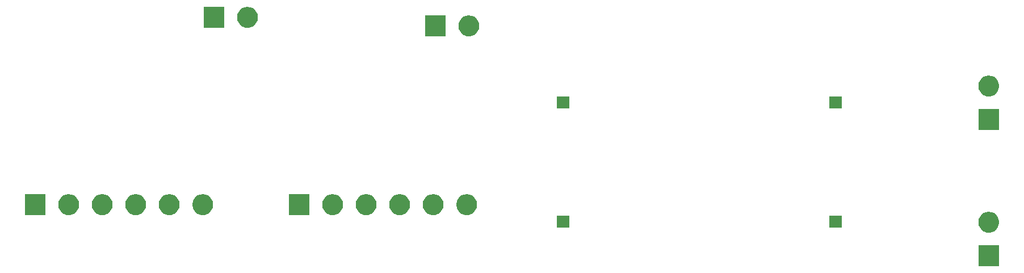
<source format=gbr>
G04 #@! TF.GenerationSoftware,KiCad,Pcbnew,(5.1.5)-1*
G04 #@! TF.CreationDate,2020-02-15T15:22:27-05:00*
G04 #@! TF.ProjectId,potencia,706f7465-6e63-4696-912e-6b696361645f,rev?*
G04 #@! TF.SameCoordinates,Original*
G04 #@! TF.FileFunction,Soldermask,Top*
G04 #@! TF.FilePolarity,Negative*
%FSLAX46Y46*%
G04 Gerber Fmt 4.6, Leading zero omitted, Abs format (unit mm)*
G04 Created by KiCad (PCBNEW (5.1.5)-1) date 2020-02-15 15:22:27*
%MOMM*%
%LPD*%
G04 APERTURE LIST*
%ADD10C,0.100000*%
G04 APERTURE END LIST*
D10*
G36*
X206021000Y-110771000D02*
G01*
X202919000Y-110771000D01*
X202919000Y-107669000D01*
X206021000Y-107669000D01*
X206021000Y-110771000D01*
G37*
G36*
X204772585Y-102698802D02*
G01*
X204922410Y-102728604D01*
X205204674Y-102845521D01*
X205458705Y-103015259D01*
X205674741Y-103231295D01*
X205844479Y-103485326D01*
X205961396Y-103767590D01*
X206021000Y-104067240D01*
X206021000Y-104372760D01*
X205961396Y-104672410D01*
X205844479Y-104954674D01*
X205674741Y-105208705D01*
X205458705Y-105424741D01*
X205204674Y-105594479D01*
X204922410Y-105711396D01*
X204772585Y-105741198D01*
X204622761Y-105771000D01*
X204317239Y-105771000D01*
X204167415Y-105741198D01*
X204017590Y-105711396D01*
X203735326Y-105594479D01*
X203481295Y-105424741D01*
X203265259Y-105208705D01*
X203095521Y-104954674D01*
X202978604Y-104672410D01*
X202919000Y-104372760D01*
X202919000Y-104067240D01*
X202978604Y-103767590D01*
X203095521Y-103485326D01*
X203265259Y-103231295D01*
X203481295Y-103015259D01*
X203735326Y-102845521D01*
X204017590Y-102728604D01*
X204167415Y-102698802D01*
X204317239Y-102669000D01*
X204622761Y-102669000D01*
X204772585Y-102698802D01*
G37*
G36*
X182511000Y-105041000D02*
G01*
X180709000Y-105041000D01*
X180709000Y-103239000D01*
X182511000Y-103239000D01*
X182511000Y-105041000D01*
G37*
G36*
X141871000Y-105041000D02*
G01*
X140069000Y-105041000D01*
X140069000Y-103239000D01*
X141871000Y-103239000D01*
X141871000Y-105041000D01*
G37*
G36*
X116902585Y-100078802D02*
G01*
X117052410Y-100108604D01*
X117334674Y-100225521D01*
X117588705Y-100395259D01*
X117804741Y-100611295D01*
X117974479Y-100865326D01*
X118091396Y-101147590D01*
X118151000Y-101447240D01*
X118151000Y-101752760D01*
X118091396Y-102052410D01*
X117974479Y-102334674D01*
X117804741Y-102588705D01*
X117588705Y-102804741D01*
X117334674Y-102974479D01*
X117052410Y-103091396D01*
X116902585Y-103121198D01*
X116752761Y-103151000D01*
X116447239Y-103151000D01*
X116297415Y-103121198D01*
X116147590Y-103091396D01*
X115865326Y-102974479D01*
X115611295Y-102804741D01*
X115395259Y-102588705D01*
X115225521Y-102334674D01*
X115108604Y-102052410D01*
X115049000Y-101752760D01*
X115049000Y-101447240D01*
X115108604Y-101147590D01*
X115225521Y-100865326D01*
X115395259Y-100611295D01*
X115611295Y-100395259D01*
X115865326Y-100225521D01*
X116147590Y-100108604D01*
X116297415Y-100078802D01*
X116447239Y-100049000D01*
X116752761Y-100049000D01*
X116902585Y-100078802D01*
G37*
G36*
X103151000Y-103151000D02*
G01*
X100049000Y-103151000D01*
X100049000Y-100049000D01*
X103151000Y-100049000D01*
X103151000Y-103151000D01*
G37*
G36*
X106902585Y-100078802D02*
G01*
X107052410Y-100108604D01*
X107334674Y-100225521D01*
X107588705Y-100395259D01*
X107804741Y-100611295D01*
X107974479Y-100865326D01*
X108091396Y-101147590D01*
X108151000Y-101447240D01*
X108151000Y-101752760D01*
X108091396Y-102052410D01*
X107974479Y-102334674D01*
X107804741Y-102588705D01*
X107588705Y-102804741D01*
X107334674Y-102974479D01*
X107052410Y-103091396D01*
X106902585Y-103121198D01*
X106752761Y-103151000D01*
X106447239Y-103151000D01*
X106297415Y-103121198D01*
X106147590Y-103091396D01*
X105865326Y-102974479D01*
X105611295Y-102804741D01*
X105395259Y-102588705D01*
X105225521Y-102334674D01*
X105108604Y-102052410D01*
X105049000Y-101752760D01*
X105049000Y-101447240D01*
X105108604Y-101147590D01*
X105225521Y-100865326D01*
X105395259Y-100611295D01*
X105611295Y-100395259D01*
X105865326Y-100225521D01*
X106147590Y-100108604D01*
X106297415Y-100078802D01*
X106447239Y-100049000D01*
X106752761Y-100049000D01*
X106902585Y-100078802D01*
G37*
G36*
X111902585Y-100078802D02*
G01*
X112052410Y-100108604D01*
X112334674Y-100225521D01*
X112588705Y-100395259D01*
X112804741Y-100611295D01*
X112974479Y-100865326D01*
X113091396Y-101147590D01*
X113151000Y-101447240D01*
X113151000Y-101752760D01*
X113091396Y-102052410D01*
X112974479Y-102334674D01*
X112804741Y-102588705D01*
X112588705Y-102804741D01*
X112334674Y-102974479D01*
X112052410Y-103091396D01*
X111902585Y-103121198D01*
X111752761Y-103151000D01*
X111447239Y-103151000D01*
X111297415Y-103121198D01*
X111147590Y-103091396D01*
X110865326Y-102974479D01*
X110611295Y-102804741D01*
X110395259Y-102588705D01*
X110225521Y-102334674D01*
X110108604Y-102052410D01*
X110049000Y-101752760D01*
X110049000Y-101447240D01*
X110108604Y-101147590D01*
X110225521Y-100865326D01*
X110395259Y-100611295D01*
X110611295Y-100395259D01*
X110865326Y-100225521D01*
X111147590Y-100108604D01*
X111297415Y-100078802D01*
X111447239Y-100049000D01*
X111752761Y-100049000D01*
X111902585Y-100078802D01*
G37*
G36*
X121902585Y-100078802D02*
G01*
X122052410Y-100108604D01*
X122334674Y-100225521D01*
X122588705Y-100395259D01*
X122804741Y-100611295D01*
X122974479Y-100865326D01*
X123091396Y-101147590D01*
X123151000Y-101447240D01*
X123151000Y-101752760D01*
X123091396Y-102052410D01*
X122974479Y-102334674D01*
X122804741Y-102588705D01*
X122588705Y-102804741D01*
X122334674Y-102974479D01*
X122052410Y-103091396D01*
X121902585Y-103121198D01*
X121752761Y-103151000D01*
X121447239Y-103151000D01*
X121297415Y-103121198D01*
X121147590Y-103091396D01*
X120865326Y-102974479D01*
X120611295Y-102804741D01*
X120395259Y-102588705D01*
X120225521Y-102334674D01*
X120108604Y-102052410D01*
X120049000Y-101752760D01*
X120049000Y-101447240D01*
X120108604Y-101147590D01*
X120225521Y-100865326D01*
X120395259Y-100611295D01*
X120611295Y-100395259D01*
X120865326Y-100225521D01*
X121147590Y-100108604D01*
X121297415Y-100078802D01*
X121447239Y-100049000D01*
X121752761Y-100049000D01*
X121902585Y-100078802D01*
G37*
G36*
X87532585Y-100078802D02*
G01*
X87682410Y-100108604D01*
X87964674Y-100225521D01*
X88218705Y-100395259D01*
X88434741Y-100611295D01*
X88604479Y-100865326D01*
X88721396Y-101147590D01*
X88781000Y-101447240D01*
X88781000Y-101752760D01*
X88721396Y-102052410D01*
X88604479Y-102334674D01*
X88434741Y-102588705D01*
X88218705Y-102804741D01*
X87964674Y-102974479D01*
X87682410Y-103091396D01*
X87532585Y-103121198D01*
X87382761Y-103151000D01*
X87077239Y-103151000D01*
X86927415Y-103121198D01*
X86777590Y-103091396D01*
X86495326Y-102974479D01*
X86241295Y-102804741D01*
X86025259Y-102588705D01*
X85855521Y-102334674D01*
X85738604Y-102052410D01*
X85679000Y-101752760D01*
X85679000Y-101447240D01*
X85738604Y-101147590D01*
X85855521Y-100865326D01*
X86025259Y-100611295D01*
X86241295Y-100395259D01*
X86495326Y-100225521D01*
X86777590Y-100108604D01*
X86927415Y-100078802D01*
X87077239Y-100049000D01*
X87382761Y-100049000D01*
X87532585Y-100078802D01*
G37*
G36*
X82532585Y-100078802D02*
G01*
X82682410Y-100108604D01*
X82964674Y-100225521D01*
X83218705Y-100395259D01*
X83434741Y-100611295D01*
X83604479Y-100865326D01*
X83721396Y-101147590D01*
X83781000Y-101447240D01*
X83781000Y-101752760D01*
X83721396Y-102052410D01*
X83604479Y-102334674D01*
X83434741Y-102588705D01*
X83218705Y-102804741D01*
X82964674Y-102974479D01*
X82682410Y-103091396D01*
X82532585Y-103121198D01*
X82382761Y-103151000D01*
X82077239Y-103151000D01*
X81927415Y-103121198D01*
X81777590Y-103091396D01*
X81495326Y-102974479D01*
X81241295Y-102804741D01*
X81025259Y-102588705D01*
X80855521Y-102334674D01*
X80738604Y-102052410D01*
X80679000Y-101752760D01*
X80679000Y-101447240D01*
X80738604Y-101147590D01*
X80855521Y-100865326D01*
X81025259Y-100611295D01*
X81241295Y-100395259D01*
X81495326Y-100225521D01*
X81777590Y-100108604D01*
X81927415Y-100078802D01*
X82077239Y-100049000D01*
X82382761Y-100049000D01*
X82532585Y-100078802D01*
G37*
G36*
X77532585Y-100078802D02*
G01*
X77682410Y-100108604D01*
X77964674Y-100225521D01*
X78218705Y-100395259D01*
X78434741Y-100611295D01*
X78604479Y-100865326D01*
X78721396Y-101147590D01*
X78781000Y-101447240D01*
X78781000Y-101752760D01*
X78721396Y-102052410D01*
X78604479Y-102334674D01*
X78434741Y-102588705D01*
X78218705Y-102804741D01*
X77964674Y-102974479D01*
X77682410Y-103091396D01*
X77532585Y-103121198D01*
X77382761Y-103151000D01*
X77077239Y-103151000D01*
X76927415Y-103121198D01*
X76777590Y-103091396D01*
X76495326Y-102974479D01*
X76241295Y-102804741D01*
X76025259Y-102588705D01*
X75855521Y-102334674D01*
X75738604Y-102052410D01*
X75679000Y-101752760D01*
X75679000Y-101447240D01*
X75738604Y-101147590D01*
X75855521Y-100865326D01*
X76025259Y-100611295D01*
X76241295Y-100395259D01*
X76495326Y-100225521D01*
X76777590Y-100108604D01*
X76927415Y-100078802D01*
X77077239Y-100049000D01*
X77382761Y-100049000D01*
X77532585Y-100078802D01*
G37*
G36*
X72532585Y-100078802D02*
G01*
X72682410Y-100108604D01*
X72964674Y-100225521D01*
X73218705Y-100395259D01*
X73434741Y-100611295D01*
X73604479Y-100865326D01*
X73721396Y-101147590D01*
X73781000Y-101447240D01*
X73781000Y-101752760D01*
X73721396Y-102052410D01*
X73604479Y-102334674D01*
X73434741Y-102588705D01*
X73218705Y-102804741D01*
X72964674Y-102974479D01*
X72682410Y-103091396D01*
X72532585Y-103121198D01*
X72382761Y-103151000D01*
X72077239Y-103151000D01*
X71927415Y-103121198D01*
X71777590Y-103091396D01*
X71495326Y-102974479D01*
X71241295Y-102804741D01*
X71025259Y-102588705D01*
X70855521Y-102334674D01*
X70738604Y-102052410D01*
X70679000Y-101752760D01*
X70679000Y-101447240D01*
X70738604Y-101147590D01*
X70855521Y-100865326D01*
X71025259Y-100611295D01*
X71241295Y-100395259D01*
X71495326Y-100225521D01*
X71777590Y-100108604D01*
X71927415Y-100078802D01*
X72077239Y-100049000D01*
X72382761Y-100049000D01*
X72532585Y-100078802D01*
G37*
G36*
X67532585Y-100078802D02*
G01*
X67682410Y-100108604D01*
X67964674Y-100225521D01*
X68218705Y-100395259D01*
X68434741Y-100611295D01*
X68604479Y-100865326D01*
X68721396Y-101147590D01*
X68781000Y-101447240D01*
X68781000Y-101752760D01*
X68721396Y-102052410D01*
X68604479Y-102334674D01*
X68434741Y-102588705D01*
X68218705Y-102804741D01*
X67964674Y-102974479D01*
X67682410Y-103091396D01*
X67532585Y-103121198D01*
X67382761Y-103151000D01*
X67077239Y-103151000D01*
X66927415Y-103121198D01*
X66777590Y-103091396D01*
X66495326Y-102974479D01*
X66241295Y-102804741D01*
X66025259Y-102588705D01*
X65855521Y-102334674D01*
X65738604Y-102052410D01*
X65679000Y-101752760D01*
X65679000Y-101447240D01*
X65738604Y-101147590D01*
X65855521Y-100865326D01*
X66025259Y-100611295D01*
X66241295Y-100395259D01*
X66495326Y-100225521D01*
X66777590Y-100108604D01*
X66927415Y-100078802D01*
X67077239Y-100049000D01*
X67382761Y-100049000D01*
X67532585Y-100078802D01*
G37*
G36*
X63781000Y-103151000D02*
G01*
X60679000Y-103151000D01*
X60679000Y-100049000D01*
X63781000Y-100049000D01*
X63781000Y-103151000D01*
G37*
G36*
X126902585Y-100078802D02*
G01*
X127052410Y-100108604D01*
X127334674Y-100225521D01*
X127588705Y-100395259D01*
X127804741Y-100611295D01*
X127974479Y-100865326D01*
X128091396Y-101147590D01*
X128151000Y-101447240D01*
X128151000Y-101752760D01*
X128091396Y-102052410D01*
X127974479Y-102334674D01*
X127804741Y-102588705D01*
X127588705Y-102804741D01*
X127334674Y-102974479D01*
X127052410Y-103091396D01*
X126902585Y-103121198D01*
X126752761Y-103151000D01*
X126447239Y-103151000D01*
X126297415Y-103121198D01*
X126147590Y-103091396D01*
X125865326Y-102974479D01*
X125611295Y-102804741D01*
X125395259Y-102588705D01*
X125225521Y-102334674D01*
X125108604Y-102052410D01*
X125049000Y-101752760D01*
X125049000Y-101447240D01*
X125108604Y-101147590D01*
X125225521Y-100865326D01*
X125395259Y-100611295D01*
X125611295Y-100395259D01*
X125865326Y-100225521D01*
X126147590Y-100108604D01*
X126297415Y-100078802D01*
X126447239Y-100049000D01*
X126752761Y-100049000D01*
X126902585Y-100078802D01*
G37*
G36*
X206021000Y-90451000D02*
G01*
X202919000Y-90451000D01*
X202919000Y-87349000D01*
X206021000Y-87349000D01*
X206021000Y-90451000D01*
G37*
G36*
X182511000Y-87261000D02*
G01*
X180709000Y-87261000D01*
X180709000Y-85459000D01*
X182511000Y-85459000D01*
X182511000Y-87261000D01*
G37*
G36*
X141871000Y-87261000D02*
G01*
X140069000Y-87261000D01*
X140069000Y-85459000D01*
X141871000Y-85459000D01*
X141871000Y-87261000D01*
G37*
G36*
X204772585Y-82378802D02*
G01*
X204922410Y-82408604D01*
X205204674Y-82525521D01*
X205458705Y-82695259D01*
X205674741Y-82911295D01*
X205844479Y-83165326D01*
X205961396Y-83447590D01*
X206021000Y-83747240D01*
X206021000Y-84052760D01*
X205961396Y-84352410D01*
X205844479Y-84634674D01*
X205674741Y-84888705D01*
X205458705Y-85104741D01*
X205204674Y-85274479D01*
X204922410Y-85391396D01*
X204772585Y-85421198D01*
X204622761Y-85451000D01*
X204317239Y-85451000D01*
X204167415Y-85421198D01*
X204017590Y-85391396D01*
X203735326Y-85274479D01*
X203481295Y-85104741D01*
X203265259Y-84888705D01*
X203095521Y-84634674D01*
X202978604Y-84352410D01*
X202919000Y-84052760D01*
X202919000Y-83747240D01*
X202978604Y-83447590D01*
X203095521Y-83165326D01*
X203265259Y-82911295D01*
X203481295Y-82695259D01*
X203735326Y-82525521D01*
X204017590Y-82408604D01*
X204167415Y-82378802D01*
X204317239Y-82349000D01*
X204622761Y-82349000D01*
X204772585Y-82378802D01*
G37*
G36*
X127222585Y-73408802D02*
G01*
X127372410Y-73438604D01*
X127654674Y-73555521D01*
X127908705Y-73725259D01*
X128124741Y-73941295D01*
X128294479Y-74195326D01*
X128377050Y-74394672D01*
X128411396Y-74477591D01*
X128471000Y-74777239D01*
X128471000Y-75082761D01*
X128445492Y-75211000D01*
X128411396Y-75382410D01*
X128294479Y-75664674D01*
X128124741Y-75918705D01*
X127908705Y-76134741D01*
X127654674Y-76304479D01*
X127372410Y-76421396D01*
X127222585Y-76451198D01*
X127072761Y-76481000D01*
X126767239Y-76481000D01*
X126617415Y-76451198D01*
X126467590Y-76421396D01*
X126185326Y-76304479D01*
X125931295Y-76134741D01*
X125715259Y-75918705D01*
X125545521Y-75664674D01*
X125428604Y-75382410D01*
X125394508Y-75211000D01*
X125369000Y-75082761D01*
X125369000Y-74777239D01*
X125428604Y-74477591D01*
X125462950Y-74394672D01*
X125545521Y-74195326D01*
X125715259Y-73941295D01*
X125931295Y-73725259D01*
X126185326Y-73555521D01*
X126467590Y-73438604D01*
X126617415Y-73408802D01*
X126767239Y-73379000D01*
X127072761Y-73379000D01*
X127222585Y-73408802D01*
G37*
G36*
X123471000Y-76481000D02*
G01*
X120369000Y-76481000D01*
X120369000Y-73379000D01*
X123471000Y-73379000D01*
X123471000Y-76481000D01*
G37*
G36*
X94202585Y-72138802D02*
G01*
X94352410Y-72168604D01*
X94634674Y-72285521D01*
X94888705Y-72455259D01*
X95104741Y-72671295D01*
X95274479Y-72925326D01*
X95391396Y-73207590D01*
X95391396Y-73207591D01*
X95437348Y-73438604D01*
X95451000Y-73507240D01*
X95451000Y-73812760D01*
X95391396Y-74112410D01*
X95274479Y-74394674D01*
X95104741Y-74648705D01*
X94888705Y-74864741D01*
X94634674Y-75034479D01*
X94352410Y-75151396D01*
X94202585Y-75181198D01*
X94052761Y-75211000D01*
X93747239Y-75211000D01*
X93597415Y-75181198D01*
X93447590Y-75151396D01*
X93165326Y-75034479D01*
X92911295Y-74864741D01*
X92695259Y-74648705D01*
X92525521Y-74394674D01*
X92408604Y-74112410D01*
X92349000Y-73812760D01*
X92349000Y-73507240D01*
X92362653Y-73438604D01*
X92408604Y-73207591D01*
X92408604Y-73207590D01*
X92525521Y-72925326D01*
X92695259Y-72671295D01*
X92911295Y-72455259D01*
X93165326Y-72285521D01*
X93447590Y-72168604D01*
X93597415Y-72138802D01*
X93747239Y-72109000D01*
X94052761Y-72109000D01*
X94202585Y-72138802D01*
G37*
G36*
X90451000Y-75211000D02*
G01*
X87349000Y-75211000D01*
X87349000Y-72109000D01*
X90451000Y-72109000D01*
X90451000Y-75211000D01*
G37*
M02*

</source>
